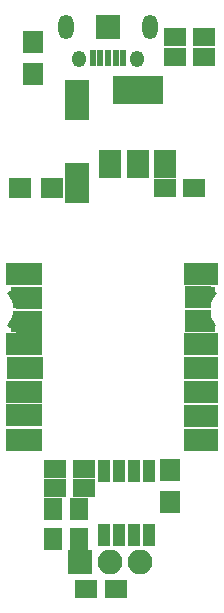
<source format=gbr>
G04 #@! TF.FileFunction,Soldermask,Top*
%FSLAX46Y46*%
G04 Gerber Fmt 4.6, Leading zero omitted, Abs format (unit mm)*
G04 Created by KiCad (PCBNEW 4.0.4-stable) date 03/30/17 11:33:34*
%MOMM*%
%LPD*%
G01*
G04 APERTURE LIST*
%ADD10C,0.100000*%
%ADD11R,2.100000X2.100000*%
%ADD12O,2.100000X2.100000*%
%ADD13R,1.650000X1.900000*%
%ADD14R,1.700000X1.900000*%
%ADD15R,1.000000X1.950000*%
%ADD16R,1.900000X1.650000*%
%ADD17R,1.900000X1.700000*%
%ADD18R,2.900000X1.900000*%
%ADD19R,2.300000X1.900000*%
%ADD20R,3.100000X1.900000*%
%ADD21R,2.000000X3.400000*%
%ADD22R,4.200000X2.400000*%
%ADD23R,1.900000X2.400000*%
%ADD24O,1.300000X2.100000*%
%ADD25R,0.500000X1.450000*%
%ADD26O,1.200000X1.400000*%
%ADD27O,1.400000X1.900000*%
%ADD28O,1.400000X1.800000*%
%ADD29R,0.800000X1.100000*%
%ADD30R,1.100000X0.800000*%
G04 APERTURE END LIST*
D10*
G36*
X158608590Y-81373685D02*
X159301410Y-80973685D01*
X159851410Y-81926313D01*
X159158590Y-82326313D01*
X158608590Y-81373685D01*
X158608590Y-81373685D01*
G37*
G36*
X159297764Y-80048394D02*
X158619325Y-79624459D01*
X159202236Y-78691606D01*
X159880675Y-79115541D01*
X159297764Y-80048394D01*
X159297764Y-80048394D01*
G37*
G36*
X143393128Y-79601104D02*
X142737806Y-80059965D01*
X142106872Y-79158898D01*
X142762194Y-78700037D01*
X143393128Y-79601104D01*
X143393128Y-79601104D01*
G37*
G36*
X142682236Y-80981606D02*
X143360675Y-81405541D01*
X142777764Y-82338394D01*
X142099325Y-81914459D01*
X142682236Y-80981606D01*
X142682236Y-80981606D01*
G37*
D11*
X148330000Y-101940000D03*
D12*
X150870000Y-101940000D03*
X153410000Y-101940000D03*
D13*
X148230000Y-99940000D03*
X148230000Y-97440000D03*
D14*
X144370000Y-57880000D03*
X144370000Y-60580000D03*
D15*
X150385000Y-99600000D03*
X151655000Y-99600000D03*
X152925000Y-99600000D03*
X154195000Y-99600000D03*
X154195000Y-94200000D03*
X152925000Y-94200000D03*
X151655000Y-94200000D03*
X150385000Y-94200000D03*
D16*
X155490000Y-70250000D03*
X157990000Y-70250000D03*
X146180000Y-95680000D03*
X148680000Y-95680000D03*
X146170000Y-94030000D03*
X148670000Y-94030000D03*
D14*
X155980000Y-96870000D03*
X155980000Y-94170000D03*
D13*
X146060000Y-99940000D03*
X146060000Y-97440000D03*
D17*
X143260000Y-70230000D03*
X145960000Y-70230000D03*
D18*
X158600000Y-91632400D03*
X158600000Y-89600400D03*
X158600000Y-87517600D03*
X158600000Y-85536400D03*
X158600000Y-83504400D03*
D19*
X158300000Y-81523200D03*
X158300000Y-79516600D03*
D20*
X143550000Y-91594300D03*
X143550000Y-89511500D03*
X143550000Y-87530300D03*
X143650000Y-85511000D03*
X143550000Y-83479000D03*
D19*
X143970000Y-81574000D03*
X143970000Y-79542000D03*
D20*
X143550000Y-77510000D03*
D18*
X158600000Y-77510000D03*
D21*
X148030000Y-69840000D03*
X148030000Y-62840000D03*
D16*
X156330000Y-59190000D03*
X158830000Y-59190000D03*
X156330000Y-57450000D03*
X158830000Y-57450000D03*
D22*
X153200000Y-61920000D03*
D23*
X153200000Y-68220000D03*
X155500000Y-68220000D03*
X150900000Y-68220000D03*
D24*
X154265000Y-56610000D03*
D11*
X150690000Y-56610000D03*
D24*
X147115000Y-56610000D03*
D25*
X151990000Y-59285000D03*
X151340000Y-59285000D03*
X150690000Y-59285000D03*
X150040000Y-59285000D03*
X149390000Y-59285000D03*
D26*
X153115000Y-59360000D03*
X148265000Y-59360000D03*
D16*
X148830000Y-104180000D03*
X151330000Y-104180000D03*
D27*
X143210000Y-81590000D03*
D28*
X143210000Y-79470000D03*
D29*
X143020000Y-81170000D03*
X143020000Y-79950000D03*
D30*
X159260000Y-82070000D03*
X159260000Y-78960000D03*
D29*
X142800000Y-81980000D03*
X142800000Y-79160000D03*
M02*

</source>
